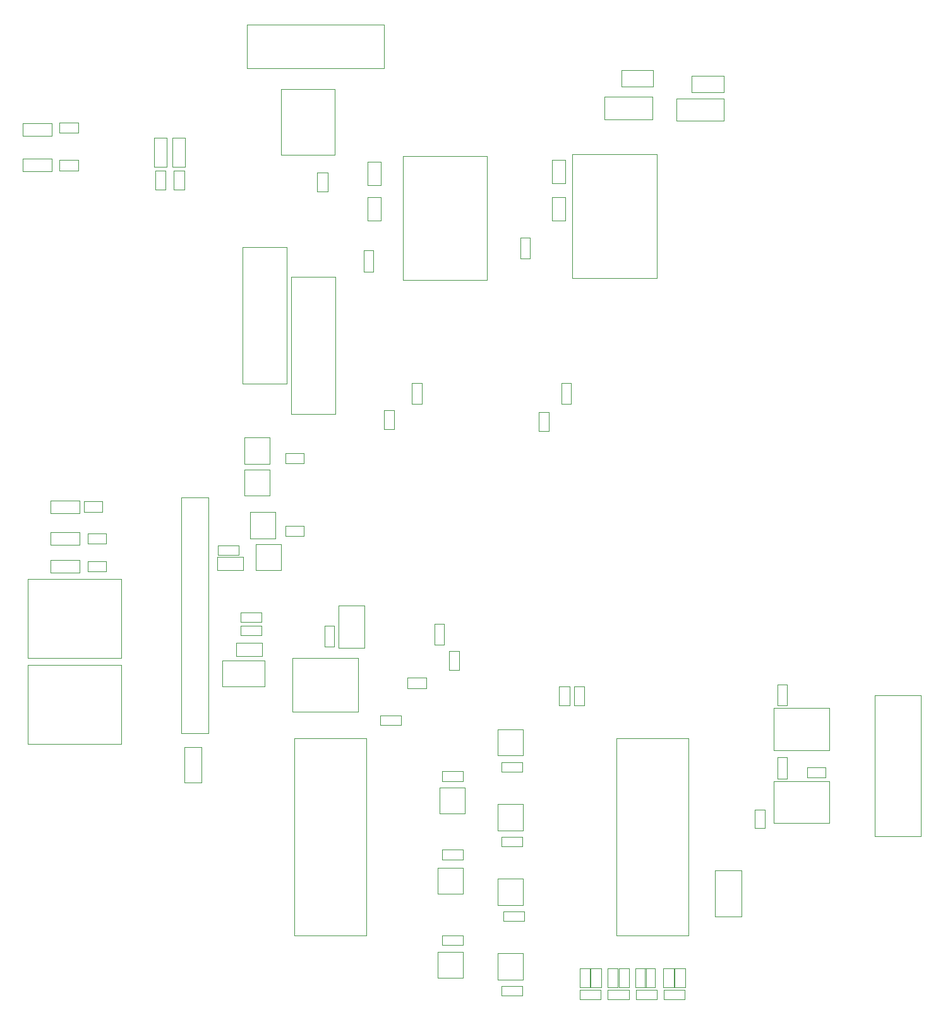
<source format=gbr>
G04 #@! TF.FileFunction,Other,User*
%FSLAX46Y46*%
G04 Gerber Fmt 4.6, Leading zero omitted, Abs format (unit mm)*
G04 Created by KiCad (PCBNEW 4.0.6) date 07/17/17 17:34:44*
%MOMM*%
%LPD*%
G01*
G04 APERTURE LIST*
%ADD10C,0.100000*%
%ADD11C,0.050000*%
G04 APERTURE END LIST*
D10*
D11*
X43600000Y-124210000D02*
X31100000Y-124210000D01*
X43600000Y-124210000D02*
X43600000Y-113600000D01*
X31100000Y-113600000D02*
X31100000Y-124210000D01*
X31100000Y-113600000D02*
X43600000Y-113600000D01*
X56500000Y-99120000D02*
X60000000Y-99120000D01*
X56500000Y-99120000D02*
X56500000Y-100870000D01*
X60000000Y-100870000D02*
X60000000Y-99120000D01*
X60000000Y-100870000D02*
X56500000Y-100870000D01*
X43600000Y-112710000D02*
X31100000Y-112710000D01*
X43600000Y-112710000D02*
X43600000Y-102100000D01*
X31100000Y-102100000D02*
X31100000Y-112710000D01*
X31100000Y-102100000D02*
X43600000Y-102100000D01*
X62400000Y-107880000D02*
X59600000Y-107880000D01*
X62400000Y-107880000D02*
X62400000Y-106580000D01*
X59600000Y-106580000D02*
X59600000Y-107880000D01*
X59600000Y-106580000D02*
X62400000Y-106580000D01*
X56600000Y-97600000D02*
X59400000Y-97600000D01*
X56600000Y-97600000D02*
X56600000Y-98900000D01*
X59400000Y-98900000D02*
X59400000Y-97600000D01*
X59400000Y-98900000D02*
X56600000Y-98900000D01*
X70850000Y-111150000D02*
X70850000Y-108350000D01*
X70850000Y-111150000D02*
X72150000Y-111150000D01*
X72150000Y-108350000D02*
X70850000Y-108350000D01*
X72150000Y-108350000D02*
X72150000Y-111150000D01*
X62400000Y-109650000D02*
X59600000Y-109650000D01*
X62400000Y-109650000D02*
X62400000Y-108350000D01*
X59600000Y-108350000D02*
X59600000Y-109650000D01*
X59600000Y-108350000D02*
X62400000Y-108350000D01*
X72750000Y-111350000D02*
X76250000Y-111350000D01*
X76250000Y-111350000D02*
X76250000Y-105650000D01*
X76250000Y-105650000D02*
X72750000Y-105650000D01*
X72750000Y-105650000D02*
X72750000Y-111350000D01*
X62500000Y-112380000D02*
X59000000Y-112380000D01*
X62500000Y-112380000D02*
X62500000Y-110630000D01*
X59000000Y-110630000D02*
X59000000Y-112380000D01*
X59000000Y-110630000D02*
X62500000Y-110630000D01*
X62850000Y-116500000D02*
X62850000Y-113000000D01*
X62850000Y-113000000D02*
X57150000Y-113000000D01*
X57150000Y-113000000D02*
X57150000Y-116500000D01*
X57150000Y-116500000D02*
X62850000Y-116500000D01*
X85600000Y-110900000D02*
X85600000Y-108100000D01*
X85600000Y-110900000D02*
X86900000Y-110900000D01*
X86900000Y-108100000D02*
X85600000Y-108100000D01*
X86900000Y-108100000D02*
X86900000Y-110900000D01*
X81150000Y-121650000D02*
X78350000Y-121650000D01*
X81150000Y-121650000D02*
X81150000Y-120350000D01*
X78350000Y-120350000D02*
X78350000Y-121650000D01*
X78350000Y-120350000D02*
X81150000Y-120350000D01*
X86600000Y-149850000D02*
X89400000Y-149850000D01*
X86600000Y-149850000D02*
X86600000Y-151150000D01*
X89400000Y-151150000D02*
X89400000Y-149850000D01*
X89400000Y-151150000D02*
X86600000Y-151150000D01*
X86600000Y-127850000D02*
X89400000Y-127850000D01*
X86600000Y-127850000D02*
X86600000Y-129150000D01*
X89400000Y-129150000D02*
X89400000Y-127850000D01*
X89400000Y-129150000D02*
X86600000Y-129150000D01*
X86600000Y-138350000D02*
X89400000Y-138350000D01*
X86600000Y-138350000D02*
X86600000Y-139650000D01*
X89400000Y-139650000D02*
X89400000Y-138350000D01*
X89400000Y-139650000D02*
X86600000Y-139650000D01*
X97400000Y-127900000D02*
X94600000Y-127900000D01*
X97400000Y-127900000D02*
X97400000Y-126600000D01*
X94600000Y-126600000D02*
X94600000Y-127900000D01*
X94600000Y-126600000D02*
X97400000Y-126600000D01*
X97400000Y-137900000D02*
X94600000Y-137900000D01*
X97400000Y-137900000D02*
X97400000Y-136600000D01*
X94600000Y-136600000D02*
X94600000Y-137900000D01*
X94600000Y-136600000D02*
X97400000Y-136600000D01*
X97650000Y-147900000D02*
X94850000Y-147900000D01*
X97650000Y-147900000D02*
X97650000Y-146600000D01*
X94850000Y-146600000D02*
X94850000Y-147900000D01*
X94850000Y-146600000D02*
X97650000Y-146600000D01*
X97400000Y-157900000D02*
X94600000Y-157900000D01*
X97400000Y-157900000D02*
X97400000Y-156600000D01*
X94600000Y-156600000D02*
X94600000Y-157900000D01*
X94600000Y-156600000D02*
X97400000Y-156600000D01*
X131550000Y-119000000D02*
X131550000Y-116200000D01*
X131550000Y-119000000D02*
X132850000Y-119000000D01*
X132850000Y-116200000D02*
X131550000Y-116200000D01*
X132850000Y-116200000D02*
X132850000Y-119000000D01*
X131550000Y-128800000D02*
X131550000Y-126000000D01*
X131550000Y-128800000D02*
X132850000Y-128800000D01*
X132850000Y-126000000D02*
X131550000Y-126000000D01*
X132850000Y-126000000D02*
X132850000Y-128800000D01*
X108850000Y-157100000D02*
X111650000Y-157100000D01*
X108850000Y-157100000D02*
X108850000Y-158400000D01*
X111650000Y-158400000D02*
X111650000Y-157100000D01*
X111650000Y-158400000D02*
X108850000Y-158400000D01*
X105100000Y-157100000D02*
X107900000Y-157100000D01*
X105100000Y-157100000D02*
X105100000Y-158400000D01*
X107900000Y-158400000D02*
X107900000Y-157100000D01*
X107900000Y-158400000D02*
X105100000Y-158400000D01*
X112600000Y-157100000D02*
X115400000Y-157100000D01*
X112600000Y-157100000D02*
X112600000Y-158400000D01*
X115400000Y-158400000D02*
X115400000Y-157100000D01*
X115400000Y-158400000D02*
X112600000Y-158400000D01*
X116350000Y-157100000D02*
X119150000Y-157100000D01*
X116350000Y-157100000D02*
X116350000Y-158400000D01*
X119150000Y-158400000D02*
X119150000Y-157100000D01*
X119150000Y-158400000D02*
X116350000Y-158400000D01*
X98400000Y-56350000D02*
X98400000Y-59150000D01*
X98400000Y-56350000D02*
X97100000Y-56350000D01*
X97100000Y-59150000D02*
X98400000Y-59150000D01*
X97100000Y-59150000D02*
X97100000Y-56350000D01*
X76100000Y-60900000D02*
X76100000Y-58100000D01*
X76100000Y-60900000D02*
X77400000Y-60900000D01*
X77400000Y-58100000D02*
X76100000Y-58100000D01*
X77400000Y-58100000D02*
X77400000Y-60900000D01*
X102600000Y-78650000D02*
X102600000Y-75850000D01*
X102600000Y-78650000D02*
X103900000Y-78650000D01*
X103900000Y-75850000D02*
X102600000Y-75850000D01*
X103900000Y-75850000D02*
X103900000Y-78650000D01*
X82600000Y-78650000D02*
X82600000Y-75850000D01*
X82600000Y-78650000D02*
X83900000Y-78650000D01*
X83900000Y-75850000D02*
X82600000Y-75850000D01*
X83900000Y-75850000D02*
X83900000Y-78650000D01*
X52100000Y-129350000D02*
X52100000Y-124650000D01*
X52100000Y-124650000D02*
X54400000Y-124650000D01*
X54400000Y-124650000D02*
X54400000Y-129350000D01*
X52100000Y-129350000D02*
X54400000Y-129350000D01*
X61650000Y-97400000D02*
X65050000Y-97400000D01*
X65050000Y-97400000D02*
X65050000Y-100900000D01*
X65050000Y-100900000D02*
X61650000Y-100900000D01*
X61650000Y-100900000D02*
X61650000Y-97400000D01*
X150770000Y-136550000D02*
X150770000Y-117700000D01*
X150770000Y-117700000D02*
X144620000Y-117700000D01*
X144620000Y-117700000D02*
X144620000Y-136550000D01*
X144620000Y-136550000D02*
X150770000Y-136550000D01*
X89450000Y-155500000D02*
X86050000Y-155500000D01*
X86050000Y-155500000D02*
X86050000Y-152000000D01*
X86050000Y-152000000D02*
X89450000Y-152000000D01*
X89450000Y-152000000D02*
X89450000Y-155500000D01*
X89450000Y-144250000D02*
X86050000Y-144250000D01*
X86050000Y-144250000D02*
X86050000Y-140750000D01*
X86050000Y-140750000D02*
X89450000Y-140750000D01*
X89450000Y-140750000D02*
X89450000Y-144250000D01*
X89700000Y-133500000D02*
X86300000Y-133500000D01*
X86300000Y-133500000D02*
X86300000Y-130000000D01*
X86300000Y-130000000D02*
X89700000Y-130000000D01*
X89700000Y-130000000D02*
X89700000Y-133500000D01*
X94050000Y-122250000D02*
X97450000Y-122250000D01*
X97450000Y-122250000D02*
X97450000Y-125750000D01*
X97450000Y-125750000D02*
X94050000Y-125750000D01*
X94050000Y-125750000D02*
X94050000Y-122250000D01*
X94050000Y-132250000D02*
X97450000Y-132250000D01*
X97450000Y-132250000D02*
X97450000Y-135750000D01*
X97450000Y-135750000D02*
X94050000Y-135750000D01*
X94050000Y-135750000D02*
X94050000Y-132250000D01*
X94050000Y-142250000D02*
X97450000Y-142250000D01*
X97450000Y-142250000D02*
X97450000Y-145750000D01*
X97450000Y-145750000D02*
X94050000Y-145750000D01*
X94050000Y-145750000D02*
X94050000Y-142250000D01*
X94050000Y-152250000D02*
X97450000Y-152250000D01*
X97450000Y-152250000D02*
X97450000Y-155750000D01*
X97450000Y-155750000D02*
X94050000Y-155750000D01*
X94050000Y-155750000D02*
X94050000Y-152250000D01*
X48150000Y-49900000D02*
X48150000Y-47400000D01*
X48150000Y-49900000D02*
X49550000Y-49900000D01*
X49550000Y-47400000D02*
X48150000Y-47400000D01*
X49550000Y-47400000D02*
X49550000Y-49900000D01*
X50650000Y-49900000D02*
X50650000Y-47400000D01*
X50650000Y-49900000D02*
X52050000Y-49900000D01*
X52050000Y-47400000D02*
X50650000Y-47400000D01*
X52050000Y-47400000D02*
X52050000Y-49900000D01*
X41100000Y-93100000D02*
X38600000Y-93100000D01*
X41100000Y-93100000D02*
X41100000Y-91700000D01*
X38600000Y-91700000D02*
X38600000Y-93100000D01*
X38600000Y-91700000D02*
X41100000Y-91700000D01*
X41600000Y-101100000D02*
X39100000Y-101100000D01*
X41600000Y-101100000D02*
X41600000Y-99700000D01*
X39100000Y-99700000D02*
X39100000Y-101100000D01*
X39100000Y-99700000D02*
X41600000Y-99700000D01*
X41600000Y-97350000D02*
X39100000Y-97350000D01*
X41600000Y-97350000D02*
X41600000Y-95950000D01*
X39100000Y-95950000D02*
X39100000Y-97350000D01*
X39100000Y-95950000D02*
X41600000Y-95950000D01*
X82000000Y-115300000D02*
X84500000Y-115300000D01*
X82000000Y-115300000D02*
X82000000Y-116700000D01*
X84500000Y-116700000D02*
X84500000Y-115300000D01*
X84500000Y-116700000D02*
X82000000Y-116700000D01*
X87550000Y-114250000D02*
X87550000Y-111750000D01*
X87550000Y-114250000D02*
X88950000Y-114250000D01*
X88950000Y-111750000D02*
X87550000Y-111750000D01*
X88950000Y-111750000D02*
X88950000Y-114250000D01*
X105700000Y-116500000D02*
X105700000Y-119000000D01*
X105700000Y-116500000D02*
X104300000Y-116500000D01*
X104300000Y-119000000D02*
X105700000Y-119000000D01*
X104300000Y-119000000D02*
X104300000Y-116500000D01*
X103700000Y-116500000D02*
X103700000Y-119000000D01*
X103700000Y-116500000D02*
X102300000Y-116500000D01*
X102300000Y-119000000D02*
X103700000Y-119000000D01*
X102300000Y-119000000D02*
X102300000Y-116500000D01*
X71300000Y-47650000D02*
X71300000Y-50150000D01*
X71300000Y-47650000D02*
X69900000Y-47650000D01*
X69900000Y-50150000D02*
X71300000Y-50150000D01*
X69900000Y-50150000D02*
X69900000Y-47650000D01*
X128500000Y-135450000D02*
X128500000Y-132950000D01*
X128500000Y-135450000D02*
X129900000Y-135450000D01*
X129900000Y-132950000D02*
X128500000Y-132950000D01*
X129900000Y-132950000D02*
X129900000Y-135450000D01*
X138050000Y-128700000D02*
X135550000Y-128700000D01*
X138050000Y-128700000D02*
X138050000Y-127300000D01*
X135550000Y-127300000D02*
X135550000Y-128700000D01*
X135550000Y-127300000D02*
X138050000Y-127300000D01*
X110650000Y-33890000D02*
X114950000Y-33890000D01*
X110650000Y-33890000D02*
X110650000Y-36100000D01*
X114950000Y-36100000D02*
X114950000Y-33890000D01*
X114950000Y-36100000D02*
X110650000Y-36100000D01*
X114800000Y-40500000D02*
X108400000Y-40500000D01*
X114800000Y-40500000D02*
X114800000Y-37500000D01*
X108400000Y-37500000D02*
X108400000Y-40500000D01*
X108400000Y-37500000D02*
X114800000Y-37500000D01*
X124350000Y-36910000D02*
X120050000Y-36910000D01*
X124350000Y-36910000D02*
X124350000Y-34700000D01*
X120050000Y-34700000D02*
X120050000Y-36910000D01*
X120050000Y-34700000D02*
X124350000Y-34700000D01*
X118000000Y-37700000D02*
X124400000Y-37700000D01*
X118000000Y-37700000D02*
X118000000Y-40700000D01*
X124400000Y-40700000D02*
X124400000Y-37700000D01*
X124400000Y-40700000D02*
X118000000Y-40700000D01*
X105050000Y-156750000D02*
X105050000Y-154250000D01*
X105050000Y-156750000D02*
X106450000Y-156750000D01*
X106450000Y-154250000D02*
X105050000Y-154250000D01*
X106450000Y-154250000D02*
X106450000Y-156750000D01*
X112550000Y-156750000D02*
X112550000Y-154250000D01*
X112550000Y-156750000D02*
X113950000Y-156750000D01*
X113950000Y-154250000D02*
X112550000Y-154250000D01*
X113950000Y-154250000D02*
X113950000Y-156750000D01*
X116300000Y-156750000D02*
X116300000Y-154250000D01*
X116300000Y-156750000D02*
X117700000Y-156750000D01*
X117700000Y-154250000D02*
X116300000Y-154250000D01*
X117700000Y-154250000D02*
X117700000Y-156750000D01*
X108800000Y-156750000D02*
X108800000Y-154250000D01*
X108800000Y-156750000D02*
X110200000Y-156750000D01*
X110200000Y-154250000D02*
X108800000Y-154250000D01*
X110200000Y-154250000D02*
X110200000Y-156750000D01*
X111700000Y-154250000D02*
X111700000Y-156750000D01*
X111700000Y-154250000D02*
X110300000Y-154250000D01*
X110300000Y-156750000D02*
X111700000Y-156750000D01*
X110300000Y-156750000D02*
X110300000Y-154250000D01*
X107950000Y-154250000D02*
X107950000Y-156750000D01*
X107950000Y-154250000D02*
X106550000Y-154250000D01*
X106550000Y-156750000D02*
X107950000Y-156750000D01*
X106550000Y-156750000D02*
X106550000Y-154250000D01*
X115200000Y-154250000D02*
X115200000Y-156750000D01*
X115200000Y-154250000D02*
X113800000Y-154250000D01*
X113800000Y-156750000D02*
X115200000Y-156750000D01*
X113800000Y-156750000D02*
X113800000Y-154250000D01*
X119200000Y-154250000D02*
X119200000Y-156750000D01*
X119200000Y-154250000D02*
X117800000Y-154250000D01*
X117800000Y-156750000D02*
X119200000Y-156750000D01*
X117800000Y-156750000D02*
X117800000Y-154250000D01*
X76600000Y-54050000D02*
X76600000Y-50950000D01*
X76600000Y-54050000D02*
X78400000Y-54050000D01*
X78400000Y-50950000D02*
X76600000Y-50950000D01*
X78400000Y-50950000D02*
X78400000Y-54050000D01*
X76600000Y-49300000D02*
X76600000Y-46200000D01*
X76600000Y-49300000D02*
X78400000Y-49300000D01*
X78400000Y-46200000D02*
X76600000Y-46200000D01*
X78400000Y-46200000D02*
X78400000Y-49300000D01*
X101350000Y-54050000D02*
X101350000Y-50950000D01*
X101350000Y-54050000D02*
X103150000Y-54050000D01*
X103150000Y-50950000D02*
X101350000Y-50950000D01*
X103150000Y-50950000D02*
X103150000Y-54050000D01*
X101350000Y-49050000D02*
X101350000Y-45950000D01*
X101350000Y-49050000D02*
X103150000Y-49050000D01*
X103150000Y-45950000D02*
X101350000Y-45950000D01*
X103150000Y-45950000D02*
X103150000Y-49050000D01*
X65600000Y-94950000D02*
X68100000Y-94950000D01*
X65600000Y-94950000D02*
X65600000Y-96350000D01*
X68100000Y-96350000D02*
X68100000Y-94950000D01*
X68100000Y-96350000D02*
X65600000Y-96350000D01*
X99550000Y-82250000D02*
X99550000Y-79750000D01*
X99550000Y-82250000D02*
X100950000Y-82250000D01*
X100950000Y-79750000D02*
X99550000Y-79750000D01*
X100950000Y-79750000D02*
X100950000Y-82250000D01*
X78800000Y-82000000D02*
X78800000Y-79500000D01*
X78800000Y-82000000D02*
X80200000Y-82000000D01*
X80200000Y-79500000D02*
X78800000Y-79500000D01*
X80200000Y-79500000D02*
X80200000Y-82000000D01*
X35350000Y-40950000D02*
X37850000Y-40950000D01*
X35350000Y-40950000D02*
X35350000Y-42350000D01*
X37850000Y-42350000D02*
X37850000Y-40950000D01*
X37850000Y-42350000D02*
X35350000Y-42350000D01*
X65000000Y-36500000D02*
X65000000Y-45300000D01*
X72200000Y-36500000D02*
X65000000Y-36500000D01*
X72200000Y-45300000D02*
X72200000Y-36500000D01*
X65000000Y-45300000D02*
X72200000Y-45300000D01*
X131100000Y-129150000D02*
X131100000Y-134800000D01*
X138500000Y-129150000D02*
X138500000Y-134800000D01*
X131100000Y-129150000D02*
X138500000Y-129150000D01*
X131100000Y-134800000D02*
X138500000Y-134800000D01*
X131100000Y-119350000D02*
X131100000Y-125000000D01*
X138500000Y-119350000D02*
X138500000Y-125000000D01*
X131100000Y-119350000D02*
X138500000Y-119350000D01*
X131100000Y-125000000D02*
X138500000Y-125000000D01*
X64300000Y-96650000D02*
X60900000Y-96650000D01*
X60900000Y-96650000D02*
X60900000Y-93150000D01*
X60900000Y-93150000D02*
X64300000Y-93150000D01*
X64300000Y-93150000D02*
X64300000Y-96650000D01*
X75400000Y-112650000D02*
X66600000Y-112650000D01*
X75400000Y-119850000D02*
X75400000Y-112650000D01*
X66600000Y-119850000D02*
X75400000Y-119850000D01*
X66600000Y-112650000D02*
X66600000Y-119850000D01*
X51700000Y-91200000D02*
X51700000Y-122750000D01*
X51700000Y-122750000D02*
X55300000Y-122750000D01*
X55300000Y-122750000D02*
X55300000Y-91200000D01*
X55300000Y-91200000D02*
X51700000Y-91200000D01*
X49700000Y-46850000D02*
X48000000Y-46850000D01*
X48000000Y-46850000D02*
X48000000Y-42950000D01*
X48000000Y-42950000D02*
X49700000Y-42950000D01*
X49700000Y-42950000D02*
X49700000Y-46850000D01*
X52200000Y-46850000D02*
X50500000Y-46850000D01*
X50500000Y-46850000D02*
X50500000Y-42950000D01*
X50500000Y-42950000D02*
X52200000Y-42950000D01*
X52200000Y-42950000D02*
X52200000Y-46850000D01*
X30400000Y-42750000D02*
X30400000Y-41050000D01*
X30400000Y-41050000D02*
X34300000Y-41050000D01*
X34300000Y-41050000D02*
X34300000Y-42750000D01*
X34300000Y-42750000D02*
X30400000Y-42750000D01*
X38050000Y-91550000D02*
X38050000Y-93250000D01*
X38050000Y-93250000D02*
X34150000Y-93250000D01*
X34150000Y-93250000D02*
X34150000Y-91550000D01*
X34150000Y-91550000D02*
X38050000Y-91550000D01*
X38050000Y-99550000D02*
X38050000Y-101250000D01*
X38050000Y-101250000D02*
X34150000Y-101250000D01*
X34150000Y-101250000D02*
X34150000Y-99550000D01*
X34150000Y-99550000D02*
X38050000Y-99550000D01*
X38050000Y-95800000D02*
X38050000Y-97500000D01*
X38050000Y-97500000D02*
X34150000Y-97500000D01*
X34150000Y-97500000D02*
X34150000Y-95800000D01*
X34150000Y-95800000D02*
X38050000Y-95800000D01*
X76440000Y-149810000D02*
X76440000Y-123410000D01*
X76440000Y-123410000D02*
X66840000Y-123410000D01*
X66840000Y-123410000D02*
X66840000Y-149810000D01*
X66840000Y-149810000D02*
X76440000Y-149810000D01*
X119620000Y-149810000D02*
X119620000Y-123410000D01*
X119620000Y-123410000D02*
X110020000Y-123410000D01*
X110020000Y-123410000D02*
X110020000Y-149810000D01*
X110020000Y-149810000D02*
X119620000Y-149810000D01*
X126780000Y-147300000D02*
X126780000Y-141150000D01*
X126780000Y-141150000D02*
X123180000Y-141150000D01*
X123180000Y-141150000D02*
X123180000Y-147300000D01*
X123180000Y-147300000D02*
X126780000Y-147300000D01*
X60450000Y-27800000D02*
X60450000Y-33700000D01*
X60450000Y-33700000D02*
X78800000Y-33700000D01*
X78800000Y-33700000D02*
X78800000Y-27800000D01*
X78800000Y-27800000D02*
X60450000Y-27800000D01*
X59900000Y-75950000D02*
X65800000Y-75950000D01*
X65800000Y-75950000D02*
X65800000Y-57600000D01*
X65800000Y-57600000D02*
X59900000Y-57600000D01*
X59900000Y-57600000D02*
X59900000Y-75950000D01*
X60150000Y-87400000D02*
X63550000Y-87400000D01*
X63550000Y-87400000D02*
X63550000Y-90900000D01*
X63550000Y-90900000D02*
X60150000Y-90900000D01*
X60150000Y-90900000D02*
X60150000Y-87400000D01*
X30400000Y-47500000D02*
X30400000Y-45800000D01*
X30400000Y-45800000D02*
X34300000Y-45800000D01*
X34300000Y-45800000D02*
X34300000Y-47500000D01*
X34300000Y-47500000D02*
X30400000Y-47500000D01*
X65600000Y-85200000D02*
X68100000Y-85200000D01*
X65600000Y-85200000D02*
X65600000Y-86600000D01*
X68100000Y-86600000D02*
X68100000Y-85200000D01*
X68100000Y-86600000D02*
X65600000Y-86600000D01*
X35350000Y-45950000D02*
X37850000Y-45950000D01*
X35350000Y-45950000D02*
X35350000Y-47350000D01*
X37850000Y-47350000D02*
X37850000Y-45950000D01*
X37850000Y-47350000D02*
X35350000Y-47350000D01*
X63550000Y-86650000D02*
X60150000Y-86650000D01*
X60150000Y-86650000D02*
X60150000Y-83150000D01*
X60150000Y-83150000D02*
X63550000Y-83150000D01*
X63550000Y-83150000D02*
X63550000Y-86650000D01*
X92650000Y-45430000D02*
X81350000Y-45430000D01*
X81350000Y-45430000D02*
X81350000Y-62070000D01*
X81350000Y-62070000D02*
X92650000Y-62070000D01*
X92650000Y-62070000D02*
X92650000Y-45430000D01*
X66400000Y-79950000D02*
X72300000Y-79950000D01*
X72300000Y-79950000D02*
X72300000Y-61600000D01*
X72300000Y-61600000D02*
X66400000Y-61600000D01*
X66400000Y-61600000D02*
X66400000Y-79950000D01*
X115400000Y-45180000D02*
X104100000Y-45180000D01*
X104100000Y-45180000D02*
X104100000Y-61820000D01*
X104100000Y-61820000D02*
X115400000Y-61820000D01*
X115400000Y-61820000D02*
X115400000Y-45180000D01*
M02*

</source>
